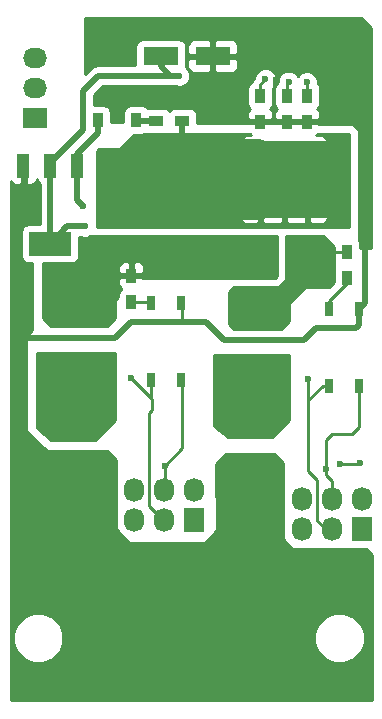
<source format=gbl>
%TF.GenerationSoftware,KiCad,Pcbnew,0.201511171411+6319~30~ubuntu15.10.1-product*%
%TF.CreationDate,2015-12-04T10:58:07+01:00*%
%TF.ProjectId,ESC-Base,4553432D426173652E6B696361645F70,rev?*%
%TF.FileFunction,Copper,L2,Bot,Signal*%
%FSLAX46Y46*%
G04 Gerber Fmt 4.6, Leading zero omitted, Abs format (unit mm)*
G04 Created by KiCad (PCBNEW 0.201511171411+6319~30~ubuntu15.10.1-product) date Fr 04 Dez 2015 10:58:07 CET*
%MOMM*%
G01*
G04 APERTURE LIST*
%ADD10C,0.100000*%
%ADD11R,4.000000X5.000000*%
%ADD12O,4.000000X6.000000*%
%ADD13R,4.000000X4.000000*%
%ADD14O,4.000000X4.000000*%
%ADD15C,4.000000*%
%ADD16R,1.727200X2.032000*%
%ADD17O,1.727200X2.032000*%
%ADD18R,3.657600X2.032000*%
%ADD19R,1.016000X2.032000*%
%ADD20R,2.999740X1.600200*%
%ADD21R,0.910000X1.220000*%
%ADD22R,2.032000X1.727200*%
%ADD23O,2.032000X1.727200*%
%ADD24R,1.200000X0.900000*%
%ADD25R,0.900000X1.200000*%
%ADD26R,2.200000X2.200000*%
%ADD27R,0.800100X1.300480*%
%ADD28C,0.600000*%
%ADD29C,0.508000*%
%ADD30C,0.254000*%
%ADD31C,2.540000*%
%ADD32C,0.250000*%
G04 APERTURE END LIST*
D10*
D11*
X65278000Y-123698000D03*
D12*
X65278000Y-115798000D03*
D11*
X50292000Y-123698000D03*
D12*
X50292000Y-115798000D03*
D13*
X60261500Y-96837500D03*
D14*
X55181500Y-96837500D03*
D13*
X67818000Y-138938000D03*
D15*
X62738000Y-138938000D03*
X57658000Y-138938000D03*
X52578000Y-138938000D03*
D13*
X67818000Y-132842000D03*
D15*
X62738000Y-132842000D03*
X57658000Y-132842000D03*
X52578000Y-132842000D03*
D16*
X74930000Y-126746000D03*
D17*
X72390000Y-126746000D03*
X69850000Y-126746000D03*
X74930000Y-124206000D03*
X72390000Y-124206000D03*
X69850000Y-124206000D03*
D16*
X60706000Y-125984000D03*
D17*
X58166000Y-125984000D03*
X55626000Y-125984000D03*
X60706000Y-123444000D03*
X58166000Y-123444000D03*
X55626000Y-123444000D03*
D18*
X48514000Y-102616000D03*
D19*
X48514000Y-96012000D03*
X50800000Y-96012000D03*
X46228000Y-96012000D03*
D20*
X57871360Y-86741000D03*
X62270640Y-86741000D03*
D21*
X52530500Y-92138500D03*
X55800500Y-92138500D03*
D22*
X47244000Y-91948000D03*
D23*
X47244000Y-89408000D03*
X47244000Y-86868000D03*
D24*
X57510500Y-92202000D03*
X59710500Y-92202000D03*
D25*
X66294000Y-90086000D03*
X66294000Y-92286000D03*
X70294500Y-90086000D03*
X70294500Y-92286000D03*
X68580000Y-90086000D03*
X68580000Y-92286000D03*
X55372000Y-107526000D03*
X55372000Y-105326000D03*
X73660000Y-105494000D03*
X73660000Y-103294000D03*
D26*
X68332000Y-97186000D03*
X66332000Y-97186000D03*
X66332000Y-95186000D03*
X68332000Y-99186000D03*
X70332000Y-97186000D03*
X70332000Y-99186000D03*
X70332000Y-95186000D03*
X68332000Y-95186000D03*
X66332000Y-99186000D03*
D27*
X59626500Y-107619800D03*
X57086500Y-107619800D03*
X57086500Y-114122200D03*
X59626500Y-114122200D03*
X74676000Y-108127800D03*
X72136000Y-108127800D03*
X72136000Y-114630200D03*
X74676000Y-114630200D03*
D28*
X51308000Y-99441000D03*
X45593000Y-99441000D03*
X50165000Y-129921000D03*
X50165000Y-130937000D03*
X49149000Y-130937000D03*
X48133000Y-130937000D03*
X47117000Y-130937000D03*
X47117000Y-129921000D03*
X48133000Y-129921000D03*
X49149000Y-129921000D03*
X69469000Y-130302000D03*
X70485000Y-130302000D03*
X71501000Y-130302000D03*
X72517000Y-130302000D03*
X72517000Y-129286000D03*
X71501000Y-129286000D03*
X70485000Y-129286000D03*
X69469000Y-129286000D03*
X74739500Y-90487500D03*
X67627500Y-88773000D03*
X51435000Y-101155500D03*
X59436000Y-88392000D03*
X55372000Y-113982500D03*
X70358000Y-114046000D03*
X49022000Y-106680000D03*
X50038000Y-106680000D03*
X51054000Y-106680000D03*
X52070000Y-106680000D03*
X52070000Y-107823000D03*
X52070000Y-108712000D03*
X53086000Y-108712000D03*
X53086000Y-107696000D03*
X64516000Y-103124000D03*
X63500000Y-103124000D03*
X62484000Y-103124000D03*
X61468000Y-103124000D03*
X60452000Y-103124000D03*
X59436000Y-103124000D03*
X59436000Y-104140000D03*
X60452000Y-104140000D03*
X61468000Y-104140000D03*
X62484000Y-104140000D03*
X63500000Y-104140000D03*
X64516000Y-104140000D03*
X69532000Y-104902000D03*
X70485000Y-104902000D03*
X66675000Y-109347000D03*
X67818000Y-109220000D03*
X67818000Y-108204000D03*
X66802000Y-108204000D03*
X66294000Y-107188000D03*
X65278000Y-107188000D03*
X64262000Y-107188000D03*
X64262000Y-108204000D03*
X71882000Y-103378000D03*
X71882000Y-104394000D03*
X71882000Y-105410000D03*
X71120000Y-106172000D03*
X70104000Y-106172000D03*
X58229500Y-121412000D03*
X74739500Y-121221500D03*
X73088500Y-121285000D03*
X71882000Y-121729500D03*
X47752000Y-117856000D03*
X47752000Y-116840000D03*
X47752000Y-115824000D03*
X47752000Y-114808000D03*
X47752000Y-113792000D03*
X47752000Y-112776000D03*
X51816000Y-112395000D03*
X52578000Y-113030000D03*
X53086000Y-113665000D03*
X53086000Y-114681000D03*
X53086000Y-115697000D03*
X53086000Y-116713000D03*
X52832000Y-117729000D03*
X66675000Y-112522000D03*
X67564000Y-113030000D03*
X68072000Y-113919000D03*
X68072000Y-114935000D03*
X68072000Y-115951000D03*
X68072000Y-116967000D03*
X67691000Y-117983000D03*
X62738000Y-112776000D03*
X62738000Y-113792000D03*
X62738000Y-114808000D03*
X62738000Y-115824000D03*
X62738000Y-116840000D03*
X62738000Y-117856000D03*
X62738000Y-98552000D03*
X62738000Y-99314000D03*
X62738000Y-100076000D03*
X61976000Y-100076000D03*
X61214000Y-100076000D03*
X62738000Y-95758000D03*
X62738000Y-94996000D03*
X62738000Y-94234000D03*
X61976000Y-94234000D03*
X61214000Y-94234000D03*
X66738500Y-88709500D03*
X70231000Y-88963500D03*
X68707000Y-88900000D03*
D29*
X51308000Y-99441000D02*
X50800000Y-98933000D01*
X50800000Y-98933000D02*
X50800000Y-96012000D01*
X52530500Y-92138500D02*
X52530500Y-93265500D01*
X52530500Y-93265500D02*
X50800000Y-94996000D01*
X50800000Y-94996000D02*
X50800000Y-96012000D01*
X74422000Y-109728000D02*
X70993000Y-109728000D01*
X63246000Y-110744000D02*
X62992000Y-110490000D01*
X69977000Y-110744000D02*
X63246000Y-110744000D01*
X70993000Y-109728000D02*
X69977000Y-110744000D01*
X54356000Y-110236000D02*
X53975000Y-110617000D01*
X45720000Y-119126000D02*
X50292000Y-123698000D01*
X45720000Y-110998000D02*
X45720000Y-119126000D01*
X46101000Y-110617000D02*
X45720000Y-110998000D01*
X53975000Y-110617000D02*
X46101000Y-110617000D01*
X46355000Y-97663000D02*
X46355000Y-96139000D01*
X45974000Y-98044000D02*
X46355000Y-97663000D01*
X45593000Y-98425000D02*
X45974000Y-98044000D01*
X45593000Y-99441000D02*
X45593000Y-98425000D01*
X46355000Y-96139000D02*
X46228000Y-96012000D01*
X48133000Y-129921000D02*
X49149000Y-129921000D01*
X50165000Y-129921000D02*
X50038000Y-130048000D01*
X50038000Y-130048000D02*
X50165000Y-130937000D01*
X49149000Y-130937000D02*
X48133000Y-130937000D01*
X47117000Y-130937000D02*
X47117000Y-129921000D01*
X48133000Y-129921000D02*
X49149000Y-129921000D01*
X70485000Y-130302000D02*
X69469000Y-130302000D01*
X72517000Y-130302000D02*
X71501000Y-130302000D01*
X71501000Y-129286000D02*
X72517000Y-129286000D01*
X69469000Y-129286000D02*
X70485000Y-129286000D01*
X74676000Y-108127800D02*
X74676000Y-109474000D01*
X74676000Y-109474000D02*
X74422000Y-109728000D01*
X62992000Y-110490000D02*
X61722000Y-109220000D01*
X61722000Y-109220000D02*
X55372000Y-109220000D01*
X55372000Y-109220000D02*
X54356000Y-110236000D01*
X46736000Y-121158000D02*
X49276000Y-123698000D01*
X49276000Y-123698000D02*
X50292000Y-123698000D01*
X74676000Y-108127800D02*
X75184000Y-107619800D01*
X75184000Y-107619800D02*
X75184000Y-92687500D01*
X75184000Y-92687500D02*
X74782500Y-92286000D01*
D30*
X74782500Y-92286000D02*
X74782500Y-90530500D01*
X74782500Y-90530500D02*
X74739500Y-90487500D01*
X70294500Y-92286000D02*
X74782500Y-92286000D01*
X74782500Y-92286000D02*
X75184000Y-92687500D01*
X75184000Y-92687500D02*
X75184000Y-107619800D01*
X68580000Y-92286000D02*
X70294500Y-92286000D01*
X67289500Y-92286000D02*
X68580000Y-92286000D01*
X67627500Y-88773000D02*
X67437000Y-88963500D01*
X67437000Y-88963500D02*
X67437000Y-92138500D01*
X67437000Y-92138500D02*
X67289500Y-92286000D01*
X67289500Y-92286000D02*
X66294000Y-92286000D01*
X46736000Y-121158000D02*
X49276000Y-123698000D01*
X49276000Y-123698000D02*
X50292000Y-123698000D01*
D31*
X57658000Y-132842000D02*
X57658000Y-130810000D01*
X57658000Y-130810000D02*
X59182000Y-129286000D01*
X62738000Y-132842000D02*
X62738000Y-131064000D01*
X62738000Y-131064000D02*
X60960000Y-129286000D01*
X52578000Y-132842000D02*
X52578000Y-129286000D01*
X52578000Y-129286000D02*
X59182000Y-129286000D01*
X59182000Y-129286000D02*
X60960000Y-129286000D01*
X60960000Y-129286000D02*
X67818000Y-129286000D01*
X67818000Y-129286000D02*
X67818000Y-132842000D01*
X52578000Y-138938000D02*
X52578000Y-132842000D01*
X57658000Y-132842000D02*
X57658000Y-138938000D01*
X62738000Y-138938000D02*
X62738000Y-132842000D01*
X67818000Y-132842000D02*
X67818000Y-138938000D01*
D30*
X74676000Y-107950000D02*
X74676000Y-109474000D01*
X74676000Y-109474000D02*
X74422000Y-109728000D01*
X62992000Y-110490000D02*
X61722000Y-109220000D01*
X61722000Y-109220000D02*
X59690000Y-109220000D01*
X59690000Y-107696000D02*
X59690000Y-109220000D01*
X59690000Y-109220000D02*
X55372000Y-109220000D01*
X55372000Y-109220000D02*
X54356000Y-110236000D01*
D29*
X57871360Y-86741000D02*
X57871360Y-87589360D01*
X57871360Y-87589360D02*
X58674000Y-88392000D01*
D32*
X57871360Y-87589360D02*
X58674000Y-88392000D01*
D29*
X48514000Y-102616000D02*
X49974500Y-101155500D01*
X49974500Y-101155500D02*
X51435000Y-101155500D01*
X48514000Y-96012000D02*
X48514000Y-102616000D01*
X59436000Y-88392000D02*
X58674000Y-88392000D01*
X58674000Y-88392000D02*
X57150000Y-88392000D01*
X57150000Y-88392000D02*
X52578000Y-88392000D01*
X52578000Y-88392000D02*
X51308000Y-89662000D01*
X51308000Y-89662000D02*
X51308000Y-92964000D01*
X51308000Y-92964000D02*
X48514000Y-95758000D01*
X48514000Y-95758000D02*
X48514000Y-96012000D01*
D30*
X57086500Y-114122200D02*
X57086500Y-115697000D01*
X57086500Y-115697000D02*
X57150000Y-115760500D01*
X57150000Y-116696000D02*
X57150000Y-115760500D01*
X57150000Y-115760500D02*
X55372000Y-113982500D01*
X58166000Y-125984000D02*
X58039000Y-125984000D01*
X58039000Y-125984000D02*
X56896000Y-124841000D01*
X56896000Y-124841000D02*
X56896000Y-116950000D01*
X56896000Y-116950000D02*
X57150000Y-116696000D01*
X72136000Y-114630200D02*
X71615300Y-114630200D01*
X71615300Y-114630200D02*
X70358000Y-115887500D01*
X70358000Y-116649500D02*
X70358000Y-121856500D01*
X70358000Y-121856500D02*
X71120000Y-122618500D01*
X71120000Y-122618500D02*
X71120000Y-126047500D01*
X71120000Y-126047500D02*
X71818500Y-126746000D01*
X71818500Y-126746000D02*
X72390000Y-126746000D01*
X70358000Y-114046000D02*
X70358000Y-115887500D01*
X70358000Y-115887500D02*
X70358000Y-116649500D01*
D29*
X57510500Y-92202000D02*
X55864000Y-92202000D01*
X55864000Y-92202000D02*
X55800500Y-92138500D01*
D30*
X49022000Y-106680000D02*
X50038000Y-106680000D01*
X51054000Y-106680000D02*
X52070000Y-106680000D01*
X52070000Y-107823000D02*
X52070000Y-108712000D01*
X53086000Y-108712000D02*
X53086000Y-107696000D01*
X64516000Y-103124000D02*
X63500000Y-103124000D01*
X62484000Y-103124000D02*
X61468000Y-103124000D01*
X60452000Y-103124000D02*
X59436000Y-103124000D01*
X59436000Y-104140000D02*
X60452000Y-104140000D01*
X61468000Y-104140000D02*
X62484000Y-104140000D01*
X63500000Y-104140000D02*
X64516000Y-104140000D01*
D32*
X71882000Y-104394000D02*
X70993000Y-104394000D01*
X69532000Y-104902000D02*
X68707000Y-104902000D01*
X70993000Y-104394000D02*
X70485000Y-104902000D01*
D30*
X73660000Y-103294000D02*
X71966000Y-103294000D01*
X71966000Y-103294000D02*
X71882000Y-103378000D01*
X66675000Y-109347000D02*
X66802000Y-109220000D01*
X66802000Y-109220000D02*
X67818000Y-109220000D01*
X67818000Y-108204000D02*
X66802000Y-108204000D01*
X66294000Y-107188000D02*
X65278000Y-107188000D01*
X64262000Y-107188000D02*
X64262000Y-108204000D01*
X71882000Y-103378000D02*
X71882000Y-104394000D01*
X71882000Y-105410000D02*
X71120000Y-106172000D01*
X59690000Y-116713000D02*
X59690000Y-114185700D01*
X59690000Y-114185700D02*
X59626500Y-114122200D01*
X58229500Y-121412000D02*
X58229500Y-123380500D01*
X58229500Y-123380500D02*
X58166000Y-123444000D01*
X58229500Y-121412000D02*
X59690000Y-119951500D01*
X59690000Y-119951500D02*
X59690000Y-116713000D01*
X59690000Y-116713000D02*
X59690000Y-116696000D01*
X74739500Y-121221500D02*
X74676000Y-121285000D01*
X74676000Y-121285000D02*
X73088500Y-121285000D01*
X74676000Y-116967000D02*
X74676000Y-114630200D01*
X71882000Y-121729500D02*
X71882000Y-122237500D01*
X71882000Y-122237500D02*
X72390000Y-122745500D01*
X72390000Y-122745500D02*
X72390000Y-124206000D01*
X71882000Y-121729500D02*
X71882000Y-119253000D01*
X71882000Y-119253000D02*
X72390000Y-118745000D01*
X72390000Y-118745000D02*
X74041000Y-118745000D01*
X74041000Y-118745000D02*
X74676000Y-118110000D01*
X74676000Y-118110000D02*
X74676000Y-116967000D01*
X74676000Y-116967000D02*
X74676000Y-116950000D01*
X47752000Y-116840000D02*
X47752000Y-117856000D01*
X47752000Y-113792000D02*
X47752000Y-112776000D01*
X47752000Y-115824000D02*
X47752000Y-114808000D01*
X47752000Y-113792000D02*
X47752000Y-112776000D01*
X50292000Y-115798000D02*
X50901000Y-115798000D01*
X50901000Y-115798000D02*
X52832000Y-117729000D01*
X51943000Y-112395000D02*
X51816000Y-112395000D01*
X52578000Y-113030000D02*
X51943000Y-112395000D01*
X53086000Y-114681000D02*
X53086000Y-113665000D01*
X53086000Y-116713000D02*
X53086000Y-115697000D01*
X67564000Y-113411000D02*
X67564000Y-113030000D01*
X68072000Y-113919000D02*
X67564000Y-113411000D01*
X68072000Y-115951000D02*
X68072000Y-114935000D01*
X68072000Y-117602000D02*
X68072000Y-116967000D01*
X67691000Y-117983000D02*
X68072000Y-117602000D01*
X62738000Y-113792000D02*
X62738000Y-112776000D01*
X62738000Y-115824000D02*
X62738000Y-114808000D01*
X62738000Y-117856000D02*
X62738000Y-116840000D01*
D31*
X62738000Y-99314000D02*
X66204000Y-99314000D01*
X66204000Y-99314000D02*
X66332000Y-99186000D01*
X66332000Y-99186000D02*
X70332000Y-99186000D01*
X70332000Y-99186000D02*
X70333000Y-99187000D01*
X70333000Y-99187000D02*
X72009000Y-99187000D01*
X72009000Y-99187000D02*
X72390000Y-98806000D01*
X72390000Y-98806000D02*
X72390000Y-97186000D01*
X62738000Y-94996000D02*
X66142000Y-94996000D01*
X66142000Y-94996000D02*
X66332000Y-95186000D01*
X66332000Y-95186000D02*
X70332000Y-95186000D01*
X70332000Y-95186000D02*
X72327000Y-95186000D01*
X72421000Y-97186000D02*
X72390000Y-97186000D01*
X72390000Y-97186000D02*
X66332000Y-97186000D01*
X72517000Y-97282000D02*
X72421000Y-97186000D01*
X72517000Y-95376000D02*
X72517000Y-97282000D01*
X72327000Y-95186000D02*
X72517000Y-95376000D01*
D29*
X59710500Y-92202000D02*
X59710500Y-96286500D01*
X59710500Y-96286500D02*
X60261500Y-96837500D01*
D30*
X62738000Y-97186000D02*
X62738000Y-98552000D01*
X62738000Y-99314000D02*
X62738000Y-100076000D01*
X61976000Y-100076000D02*
X61214000Y-100076000D01*
X62738000Y-95758000D02*
X62738000Y-94996000D01*
X62738000Y-94234000D02*
X61976000Y-94234000D01*
D31*
X54864000Y-96774000D02*
X59944000Y-96774000D01*
X59944000Y-96774000D02*
X60356000Y-97186000D01*
X60356000Y-97186000D02*
X62738000Y-97186000D01*
X62738000Y-97186000D02*
X66332000Y-97186000D01*
D30*
X66738500Y-88709500D02*
X66294000Y-89154000D01*
X66294000Y-89154000D02*
X66294000Y-90086000D01*
X70231000Y-88963500D02*
X70294500Y-89027000D01*
X70294500Y-89027000D02*
X70294500Y-90086000D01*
X68580000Y-90086000D02*
X68580000Y-89027000D01*
X68580000Y-89027000D02*
X68707000Y-88900000D01*
X55372000Y-107526000D02*
X56980000Y-107526000D01*
X56980000Y-107526000D02*
X57150000Y-107696000D01*
X73660000Y-105918000D02*
X72136000Y-107442000D01*
X72136000Y-107442000D02*
X72136000Y-107950000D01*
X73660000Y-105494000D02*
X73660000Y-105918000D01*
G36*
X65546109Y-93451000D02*
X65105691Y-93451000D01*
X64872302Y-93547673D01*
X64693673Y-93726301D01*
X64597000Y-93959690D01*
X64597000Y-94900250D01*
X64755750Y-95059000D01*
X66205000Y-95059000D01*
X66205000Y-95039000D01*
X66459000Y-95039000D01*
X66459000Y-95059000D01*
X68205000Y-95059000D01*
X68205000Y-95039000D01*
X68459000Y-95039000D01*
X68459000Y-95059000D01*
X70205000Y-95059000D01*
X70205000Y-95039000D01*
X70459000Y-95039000D01*
X70459000Y-95059000D01*
X71908250Y-95059000D01*
X72067000Y-94900250D01*
X72067000Y-93959690D01*
X71970327Y-93726301D01*
X71791698Y-93547673D01*
X71558309Y-93451000D01*
X71039122Y-93451000D01*
X71195941Y-93350090D01*
X71199419Y-93345000D01*
X73787000Y-93345000D01*
X73787000Y-101219000D01*
X52451000Y-101219000D01*
X52451000Y-99471750D01*
X64597000Y-99471750D01*
X64597000Y-100412310D01*
X64693673Y-100645699D01*
X64872302Y-100824327D01*
X65105691Y-100921000D01*
X66046250Y-100921000D01*
X66205000Y-100762250D01*
X66205000Y-99313000D01*
X66459000Y-99313000D01*
X66459000Y-100762250D01*
X66617750Y-100921000D01*
X68046250Y-100921000D01*
X68205000Y-100762250D01*
X68205000Y-99313000D01*
X68459000Y-99313000D01*
X68459000Y-100762250D01*
X68617750Y-100921000D01*
X70046250Y-100921000D01*
X70205000Y-100762250D01*
X70205000Y-99313000D01*
X70459000Y-99313000D01*
X70459000Y-100762250D01*
X70617750Y-100921000D01*
X71558309Y-100921000D01*
X71791698Y-100824327D01*
X71970327Y-100645699D01*
X72067000Y-100412310D01*
X72067000Y-99471750D01*
X71908250Y-99313000D01*
X70459000Y-99313000D01*
X70205000Y-99313000D01*
X68459000Y-99313000D01*
X68205000Y-99313000D01*
X66459000Y-99313000D01*
X66205000Y-99313000D01*
X64755750Y-99313000D01*
X64597000Y-99471750D01*
X52451000Y-99471750D01*
X52451000Y-97471750D01*
X64597000Y-97471750D01*
X64597000Y-98900250D01*
X64755750Y-99059000D01*
X66205000Y-99059000D01*
X66205000Y-97313000D01*
X66459000Y-97313000D01*
X66459000Y-99059000D01*
X68205000Y-99059000D01*
X68205000Y-97313000D01*
X68459000Y-97313000D01*
X68459000Y-99059000D01*
X70205000Y-99059000D01*
X70205000Y-97313000D01*
X70459000Y-97313000D01*
X70459000Y-99059000D01*
X71908250Y-99059000D01*
X72067000Y-98900250D01*
X72067000Y-97471750D01*
X71908250Y-97313000D01*
X70459000Y-97313000D01*
X70205000Y-97313000D01*
X68459000Y-97313000D01*
X68205000Y-97313000D01*
X66459000Y-97313000D01*
X66205000Y-97313000D01*
X64755750Y-97313000D01*
X64597000Y-97471750D01*
X52451000Y-97471750D01*
X52451000Y-95471750D01*
X64597000Y-95471750D01*
X64597000Y-96900250D01*
X64755750Y-97059000D01*
X66205000Y-97059000D01*
X66205000Y-95313000D01*
X66459000Y-95313000D01*
X66459000Y-97059000D01*
X68205000Y-97059000D01*
X68205000Y-95313000D01*
X68459000Y-95313000D01*
X68459000Y-97059000D01*
X70205000Y-97059000D01*
X70205000Y-95313000D01*
X70459000Y-95313000D01*
X70459000Y-97059000D01*
X71908250Y-97059000D01*
X72067000Y-96900250D01*
X72067000Y-95471750D01*
X71908250Y-95313000D01*
X70459000Y-95313000D01*
X70205000Y-95313000D01*
X68459000Y-95313000D01*
X68205000Y-95313000D01*
X66459000Y-95313000D01*
X66205000Y-95313000D01*
X64755750Y-95313000D01*
X64597000Y-95471750D01*
X52451000Y-95471750D01*
X52451000Y-94794606D01*
X52630606Y-94615000D01*
X54356000Y-94615000D01*
X54405410Y-94604994D01*
X54445803Y-94577803D01*
X55627666Y-93395940D01*
X56255500Y-93395940D01*
X56490817Y-93351662D01*
X56501170Y-93345000D01*
X65390973Y-93345000D01*
X65546109Y-93451000D01*
X65546109Y-93451000D01*
G37*
X65546109Y-93451000D02*
X65105691Y-93451000D01*
X64872302Y-93547673D01*
X64693673Y-93726301D01*
X64597000Y-93959690D01*
X64597000Y-94900250D01*
X64755750Y-95059000D01*
X66205000Y-95059000D01*
X66205000Y-95039000D01*
X66459000Y-95039000D01*
X66459000Y-95059000D01*
X68205000Y-95059000D01*
X68205000Y-95039000D01*
X68459000Y-95039000D01*
X68459000Y-95059000D01*
X70205000Y-95059000D01*
X70205000Y-95039000D01*
X70459000Y-95039000D01*
X70459000Y-95059000D01*
X71908250Y-95059000D01*
X72067000Y-94900250D01*
X72067000Y-93959690D01*
X71970327Y-93726301D01*
X71791698Y-93547673D01*
X71558309Y-93451000D01*
X71039122Y-93451000D01*
X71195941Y-93350090D01*
X71199419Y-93345000D01*
X73787000Y-93345000D01*
X73787000Y-101219000D01*
X52451000Y-101219000D01*
X52451000Y-99471750D01*
X64597000Y-99471750D01*
X64597000Y-100412310D01*
X64693673Y-100645699D01*
X64872302Y-100824327D01*
X65105691Y-100921000D01*
X66046250Y-100921000D01*
X66205000Y-100762250D01*
X66205000Y-99313000D01*
X66459000Y-99313000D01*
X66459000Y-100762250D01*
X66617750Y-100921000D01*
X68046250Y-100921000D01*
X68205000Y-100762250D01*
X68205000Y-99313000D01*
X68459000Y-99313000D01*
X68459000Y-100762250D01*
X68617750Y-100921000D01*
X70046250Y-100921000D01*
X70205000Y-100762250D01*
X70205000Y-99313000D01*
X70459000Y-99313000D01*
X70459000Y-100762250D01*
X70617750Y-100921000D01*
X71558309Y-100921000D01*
X71791698Y-100824327D01*
X71970327Y-100645699D01*
X72067000Y-100412310D01*
X72067000Y-99471750D01*
X71908250Y-99313000D01*
X70459000Y-99313000D01*
X70205000Y-99313000D01*
X68459000Y-99313000D01*
X68205000Y-99313000D01*
X66459000Y-99313000D01*
X66205000Y-99313000D01*
X64755750Y-99313000D01*
X64597000Y-99471750D01*
X52451000Y-99471750D01*
X52451000Y-97471750D01*
X64597000Y-97471750D01*
X64597000Y-98900250D01*
X64755750Y-99059000D01*
X66205000Y-99059000D01*
X66205000Y-97313000D01*
X66459000Y-97313000D01*
X66459000Y-99059000D01*
X68205000Y-99059000D01*
X68205000Y-97313000D01*
X68459000Y-97313000D01*
X68459000Y-99059000D01*
X70205000Y-99059000D01*
X70205000Y-97313000D01*
X70459000Y-97313000D01*
X70459000Y-99059000D01*
X71908250Y-99059000D01*
X72067000Y-98900250D01*
X72067000Y-97471750D01*
X71908250Y-97313000D01*
X70459000Y-97313000D01*
X70205000Y-97313000D01*
X68459000Y-97313000D01*
X68205000Y-97313000D01*
X66459000Y-97313000D01*
X66205000Y-97313000D01*
X64755750Y-97313000D01*
X64597000Y-97471750D01*
X52451000Y-97471750D01*
X52451000Y-95471750D01*
X64597000Y-95471750D01*
X64597000Y-96900250D01*
X64755750Y-97059000D01*
X66205000Y-97059000D01*
X66205000Y-95313000D01*
X66459000Y-95313000D01*
X66459000Y-97059000D01*
X68205000Y-97059000D01*
X68205000Y-95313000D01*
X68459000Y-95313000D01*
X68459000Y-97059000D01*
X70205000Y-97059000D01*
X70205000Y-95313000D01*
X70459000Y-95313000D01*
X70459000Y-97059000D01*
X71908250Y-97059000D01*
X72067000Y-96900250D01*
X72067000Y-95471750D01*
X71908250Y-95313000D01*
X70459000Y-95313000D01*
X70205000Y-95313000D01*
X68459000Y-95313000D01*
X68205000Y-95313000D01*
X66459000Y-95313000D01*
X66205000Y-95313000D01*
X64755750Y-95313000D01*
X64597000Y-95471750D01*
X52451000Y-95471750D01*
X52451000Y-94794606D01*
X52630606Y-94615000D01*
X54356000Y-94615000D01*
X54405410Y-94604994D01*
X54445803Y-94577803D01*
X55627666Y-93395940D01*
X56255500Y-93395940D01*
X56490817Y-93351662D01*
X56501170Y-93345000D01*
X65390973Y-93345000D01*
X65546109Y-93451000D01*
G36*
X67691000Y-105357394D02*
X67511394Y-105537000D01*
X56382250Y-105537000D01*
X56298250Y-105453000D01*
X55499000Y-105453000D01*
X55499000Y-105473000D01*
X55245000Y-105473000D01*
X55245000Y-105453000D01*
X54445750Y-105453000D01*
X54287000Y-105611750D01*
X54287000Y-106052309D01*
X54383673Y-106285698D01*
X54524910Y-106426936D01*
X54470559Y-106461910D01*
X54325569Y-106674110D01*
X54274560Y-106926000D01*
X54274560Y-107089834D01*
X54012197Y-107352197D01*
X53984334Y-107394211D01*
X53975000Y-107442000D01*
X53975000Y-108913394D01*
X53287394Y-109601000D01*
X48566606Y-109601000D01*
X47879000Y-108913394D01*
X47879000Y-104599691D01*
X54287000Y-104599691D01*
X54287000Y-105040250D01*
X54445750Y-105199000D01*
X55245000Y-105199000D01*
X55245000Y-104249750D01*
X55499000Y-104249750D01*
X55499000Y-105199000D01*
X56298250Y-105199000D01*
X56457000Y-105040250D01*
X56457000Y-104599691D01*
X56360327Y-104366302D01*
X56181699Y-104187673D01*
X55948310Y-104091000D01*
X55657750Y-104091000D01*
X55499000Y-104249750D01*
X55245000Y-104249750D01*
X55086250Y-104091000D01*
X54795690Y-104091000D01*
X54562301Y-104187673D01*
X54383673Y-104366302D01*
X54287000Y-104599691D01*
X47879000Y-104599691D01*
X47879000Y-104279440D01*
X50342800Y-104279440D01*
X50578117Y-104235162D01*
X50794241Y-104096090D01*
X50939231Y-103883890D01*
X50990240Y-103632000D01*
X50990240Y-102044500D01*
X51137811Y-102044500D01*
X51248201Y-102090338D01*
X51620167Y-102090662D01*
X51885570Y-101981000D01*
X67691000Y-101981000D01*
X67691000Y-105357394D01*
X67691000Y-105357394D01*
G37*
X67691000Y-105357394D02*
X67511394Y-105537000D01*
X56382250Y-105537000D01*
X56298250Y-105453000D01*
X55499000Y-105453000D01*
X55499000Y-105473000D01*
X55245000Y-105473000D01*
X55245000Y-105453000D01*
X54445750Y-105453000D01*
X54287000Y-105611750D01*
X54287000Y-106052309D01*
X54383673Y-106285698D01*
X54524910Y-106426936D01*
X54470559Y-106461910D01*
X54325569Y-106674110D01*
X54274560Y-106926000D01*
X54274560Y-107089834D01*
X54012197Y-107352197D01*
X53984334Y-107394211D01*
X53975000Y-107442000D01*
X53975000Y-108913394D01*
X53287394Y-109601000D01*
X48566606Y-109601000D01*
X47879000Y-108913394D01*
X47879000Y-104599691D01*
X54287000Y-104599691D01*
X54287000Y-105040250D01*
X54445750Y-105199000D01*
X55245000Y-105199000D01*
X55245000Y-104249750D01*
X55499000Y-104249750D01*
X55499000Y-105199000D01*
X56298250Y-105199000D01*
X56457000Y-105040250D01*
X56457000Y-104599691D01*
X56360327Y-104366302D01*
X56181699Y-104187673D01*
X55948310Y-104091000D01*
X55657750Y-104091000D01*
X55499000Y-104249750D01*
X55245000Y-104249750D01*
X55086250Y-104091000D01*
X54795690Y-104091000D01*
X54562301Y-104187673D01*
X54383673Y-104366302D01*
X54287000Y-104599691D01*
X47879000Y-104599691D01*
X47879000Y-104279440D01*
X50342800Y-104279440D01*
X50578117Y-104235162D01*
X50794241Y-104096090D01*
X50939231Y-103883890D01*
X50990240Y-103632000D01*
X50990240Y-102044500D01*
X51137811Y-102044500D01*
X51248201Y-102090338D01*
X51620167Y-102090662D01*
X51885570Y-101981000D01*
X67691000Y-101981000D01*
X67691000Y-105357394D01*
G36*
X72517000Y-102922606D02*
X72517000Y-105865394D01*
X72083394Y-106299000D01*
X70104000Y-106299000D01*
X70054590Y-106309006D01*
X70014197Y-106336197D01*
X68744197Y-107606197D01*
X68716334Y-107648211D01*
X68707000Y-107696000D01*
X68707000Y-109167394D01*
X68019394Y-109855000D01*
X64060606Y-109855000D01*
X63627000Y-109421394D01*
X63627000Y-106732606D01*
X64060606Y-106299000D01*
X67818000Y-106299000D01*
X67867410Y-106288994D01*
X67907803Y-106261803D01*
X68415803Y-105753803D01*
X68443666Y-105711789D01*
X68453000Y-105664000D01*
X68453000Y-101981000D01*
X71575394Y-101981000D01*
X72517000Y-102922606D01*
X72517000Y-102922606D01*
G37*
X72517000Y-102922606D02*
X72517000Y-105865394D01*
X72083394Y-106299000D01*
X70104000Y-106299000D01*
X70054590Y-106309006D01*
X70014197Y-106336197D01*
X68744197Y-107606197D01*
X68716334Y-107648211D01*
X68707000Y-107696000D01*
X68707000Y-109167394D01*
X68019394Y-109855000D01*
X64060606Y-109855000D01*
X63627000Y-109421394D01*
X63627000Y-106732606D01*
X64060606Y-106299000D01*
X67818000Y-106299000D01*
X67867410Y-106288994D01*
X67907803Y-106261803D01*
X68415803Y-105753803D01*
X68443666Y-105711789D01*
X68453000Y-105664000D01*
X68453000Y-101981000D01*
X71575394Y-101981000D01*
X72517000Y-102922606D01*
G36*
X46355000Y-95885000D02*
X46375000Y-95885000D01*
X46375000Y-96139000D01*
X46355000Y-96139000D01*
X46355000Y-97504250D01*
X46513750Y-97663000D01*
X46862309Y-97663000D01*
X47095698Y-97566327D01*
X47274327Y-97387699D01*
X47371000Y-97154310D01*
X47371000Y-97094113D01*
X47402838Y-97263317D01*
X47541910Y-97479441D01*
X47625000Y-97536214D01*
X47625000Y-100952560D01*
X46685200Y-100952560D01*
X46449883Y-100996838D01*
X46233759Y-101135910D01*
X46088769Y-101348110D01*
X46037760Y-101600000D01*
X46037760Y-103632000D01*
X46082038Y-103867317D01*
X46221110Y-104083441D01*
X46433310Y-104228431D01*
X46685200Y-104279440D01*
X46990000Y-104279440D01*
X46990000Y-109924372D01*
X46525370Y-110330923D01*
X46494774Y-110370990D01*
X46482000Y-110426500D01*
X46482000Y-118427500D01*
X46492006Y-118476910D01*
X46520975Y-118519046D01*
X48171975Y-120106546D01*
X48214527Y-120133580D01*
X48260000Y-120142000D01*
X53350894Y-120142000D01*
X54102000Y-120893106D01*
X54102000Y-126746000D01*
X54112006Y-126795410D01*
X54139197Y-126835803D01*
X55218697Y-127915303D01*
X55260711Y-127943166D01*
X55308500Y-127952500D01*
X61531500Y-127952500D01*
X61580910Y-127942494D01*
X61621303Y-127915303D01*
X62573803Y-126962803D01*
X62601666Y-126920789D01*
X62610992Y-126871573D01*
X62548092Y-121273514D01*
X63425606Y-120396000D01*
X67447894Y-120396000D01*
X68262500Y-121210606D01*
X68262500Y-127635000D01*
X68272506Y-127684410D01*
X68299697Y-127724803D01*
X68998197Y-128423303D01*
X69040211Y-128451166D01*
X69088000Y-128460500D01*
X75258394Y-128460500D01*
X75744000Y-128946106D01*
X75744000Y-141276000D01*
X45160000Y-141276000D01*
X45160000Y-136422815D01*
X45364630Y-136422815D01*
X45688980Y-137207800D01*
X46289041Y-137808909D01*
X47073459Y-138134628D01*
X47922815Y-138135370D01*
X48707800Y-137811020D01*
X49308909Y-137210959D01*
X49634628Y-136426541D01*
X49634631Y-136422815D01*
X70864630Y-136422815D01*
X71188980Y-137207800D01*
X71789041Y-137808909D01*
X72573459Y-138134628D01*
X73422815Y-138135370D01*
X74207800Y-137811020D01*
X74808909Y-137210959D01*
X75134628Y-136426541D01*
X75135370Y-135577185D01*
X74811020Y-134792200D01*
X74210959Y-134191091D01*
X73426541Y-133865372D01*
X72577185Y-133864630D01*
X71792200Y-134188980D01*
X71191091Y-134789041D01*
X70865372Y-135573459D01*
X70864630Y-136422815D01*
X49634631Y-136422815D01*
X49635370Y-135577185D01*
X49311020Y-134792200D01*
X48710959Y-134191091D01*
X47926541Y-133865372D01*
X47077185Y-133864630D01*
X46292200Y-134188980D01*
X45691091Y-134789041D01*
X45365372Y-135573459D01*
X45364630Y-136422815D01*
X45160000Y-136422815D01*
X45160000Y-97335376D01*
X45181673Y-97387699D01*
X45360302Y-97566327D01*
X45593691Y-97663000D01*
X45942250Y-97663000D01*
X46101000Y-97504250D01*
X46101000Y-96139000D01*
X46081000Y-96139000D01*
X46081000Y-95885000D01*
X46101000Y-95885000D01*
X46101000Y-95865000D01*
X46355000Y-95865000D01*
X46355000Y-95885000D01*
X46355000Y-95885000D01*
G37*
X46355000Y-95885000D02*
X46375000Y-95885000D01*
X46375000Y-96139000D01*
X46355000Y-96139000D01*
X46355000Y-97504250D01*
X46513750Y-97663000D01*
X46862309Y-97663000D01*
X47095698Y-97566327D01*
X47274327Y-97387699D01*
X47371000Y-97154310D01*
X47371000Y-97094113D01*
X47402838Y-97263317D01*
X47541910Y-97479441D01*
X47625000Y-97536214D01*
X47625000Y-100952560D01*
X46685200Y-100952560D01*
X46449883Y-100996838D01*
X46233759Y-101135910D01*
X46088769Y-101348110D01*
X46037760Y-101600000D01*
X46037760Y-103632000D01*
X46082038Y-103867317D01*
X46221110Y-104083441D01*
X46433310Y-104228431D01*
X46685200Y-104279440D01*
X46990000Y-104279440D01*
X46990000Y-109924372D01*
X46525370Y-110330923D01*
X46494774Y-110370990D01*
X46482000Y-110426500D01*
X46482000Y-118427500D01*
X46492006Y-118476910D01*
X46520975Y-118519046D01*
X48171975Y-120106546D01*
X48214527Y-120133580D01*
X48260000Y-120142000D01*
X53350894Y-120142000D01*
X54102000Y-120893106D01*
X54102000Y-126746000D01*
X54112006Y-126795410D01*
X54139197Y-126835803D01*
X55218697Y-127915303D01*
X55260711Y-127943166D01*
X55308500Y-127952500D01*
X61531500Y-127952500D01*
X61580910Y-127942494D01*
X61621303Y-127915303D01*
X62573803Y-126962803D01*
X62601666Y-126920789D01*
X62610992Y-126871573D01*
X62548092Y-121273514D01*
X63425606Y-120396000D01*
X67447894Y-120396000D01*
X68262500Y-121210606D01*
X68262500Y-127635000D01*
X68272506Y-127684410D01*
X68299697Y-127724803D01*
X68998197Y-128423303D01*
X69040211Y-128451166D01*
X69088000Y-128460500D01*
X75258394Y-128460500D01*
X75744000Y-128946106D01*
X75744000Y-141276000D01*
X45160000Y-141276000D01*
X45160000Y-136422815D01*
X45364630Y-136422815D01*
X45688980Y-137207800D01*
X46289041Y-137808909D01*
X47073459Y-138134628D01*
X47922815Y-138135370D01*
X48707800Y-137811020D01*
X49308909Y-137210959D01*
X49634628Y-136426541D01*
X49634631Y-136422815D01*
X70864630Y-136422815D01*
X71188980Y-137207800D01*
X71789041Y-137808909D01*
X72573459Y-138134628D01*
X73422815Y-138135370D01*
X74207800Y-137811020D01*
X74808909Y-137210959D01*
X75134628Y-136426541D01*
X75135370Y-135577185D01*
X74811020Y-134792200D01*
X74210959Y-134191091D01*
X73426541Y-133865372D01*
X72577185Y-133864630D01*
X71792200Y-134188980D01*
X71191091Y-134789041D01*
X70865372Y-135573459D01*
X70864630Y-136422815D01*
X49634631Y-136422815D01*
X49635370Y-135577185D01*
X49311020Y-134792200D01*
X48710959Y-134191091D01*
X47926541Y-133865372D01*
X47077185Y-133864630D01*
X46292200Y-134188980D01*
X45691091Y-134789041D01*
X45365372Y-135573459D01*
X45364630Y-136422815D01*
X45160000Y-136422815D01*
X45160000Y-97335376D01*
X45181673Y-97387699D01*
X45360302Y-97566327D01*
X45593691Y-97663000D01*
X45942250Y-97663000D01*
X46101000Y-97504250D01*
X46101000Y-96139000D01*
X46081000Y-96139000D01*
X46081000Y-95885000D01*
X46101000Y-95885000D01*
X46101000Y-95865000D01*
X46355000Y-95865000D01*
X46355000Y-95885000D01*
G36*
X75692000Y-84380606D02*
X75692000Y-102997000D01*
X74757440Y-102997000D01*
X74757440Y-102694000D01*
X74713162Y-102458683D01*
X74676000Y-102400932D01*
X74676000Y-93091000D01*
X74665994Y-93041590D01*
X74638803Y-93001197D01*
X74130803Y-92493197D01*
X74088789Y-92465334D01*
X74041709Y-92456002D01*
X71248146Y-92440396D01*
X71220750Y-92413000D01*
X70421500Y-92413000D01*
X70421500Y-92433000D01*
X70167500Y-92433000D01*
X70167500Y-92413000D01*
X68707000Y-92413000D01*
X68707000Y-92426199D01*
X68453000Y-92424780D01*
X68453000Y-92413000D01*
X67653750Y-92413000D01*
X67646475Y-92420275D01*
X67225171Y-92417921D01*
X67220250Y-92413000D01*
X66421000Y-92413000D01*
X66421000Y-92413428D01*
X60957940Y-92382909D01*
X60957940Y-91752000D01*
X60913662Y-91516683D01*
X60774590Y-91300559D01*
X60562390Y-91155569D01*
X60310500Y-91104560D01*
X59110500Y-91104560D01*
X58875183Y-91148838D01*
X58659059Y-91287910D01*
X58611366Y-91357711D01*
X58574590Y-91300559D01*
X58362390Y-91155569D01*
X58110500Y-91104560D01*
X56910500Y-91104560D01*
X56755994Y-91133632D01*
X56719590Y-91077059D01*
X56507390Y-90932069D01*
X56255500Y-90881060D01*
X55345500Y-90881060D01*
X55110183Y-90925338D01*
X54894059Y-91064410D01*
X54749069Y-91276610D01*
X54698060Y-91528500D01*
X54698060Y-92347937D01*
X53632940Y-92341987D01*
X53632940Y-91528500D01*
X53588662Y-91293183D01*
X53449590Y-91077059D01*
X53237390Y-90932069D01*
X52985500Y-90881060D01*
X52197000Y-90881060D01*
X52197000Y-90030236D01*
X52741236Y-89486000D01*
X65196560Y-89486000D01*
X65196560Y-90686000D01*
X65240838Y-90921317D01*
X65379910Y-91137441D01*
X65448006Y-91183969D01*
X65305673Y-91326302D01*
X65209000Y-91559691D01*
X65209000Y-92000250D01*
X65367750Y-92159000D01*
X66167000Y-92159000D01*
X66167000Y-92139000D01*
X66421000Y-92139000D01*
X66421000Y-92159000D01*
X67220250Y-92159000D01*
X67379000Y-92000250D01*
X67379000Y-91559691D01*
X67282327Y-91326302D01*
X67141090Y-91185064D01*
X67195441Y-91150090D01*
X67340431Y-90937890D01*
X67391440Y-90686000D01*
X67391440Y-89486000D01*
X67482560Y-89486000D01*
X67482560Y-90686000D01*
X67526838Y-90921317D01*
X67665910Y-91137441D01*
X67734006Y-91183969D01*
X67591673Y-91326302D01*
X67495000Y-91559691D01*
X67495000Y-92000250D01*
X67653750Y-92159000D01*
X68453000Y-92159000D01*
X68453000Y-92139000D01*
X68707000Y-92139000D01*
X68707000Y-92159000D01*
X70167500Y-92159000D01*
X70167500Y-92139000D01*
X70421500Y-92139000D01*
X70421500Y-92159000D01*
X71220750Y-92159000D01*
X71379500Y-92000250D01*
X71379500Y-91559691D01*
X71282827Y-91326302D01*
X71141590Y-91185064D01*
X71195941Y-91150090D01*
X71340931Y-90937890D01*
X71391940Y-90686000D01*
X71391940Y-89486000D01*
X71347662Y-89250683D01*
X71208590Y-89034559D01*
X71165964Y-89005434D01*
X71166162Y-88778333D01*
X71024117Y-88434557D01*
X70761327Y-88171308D01*
X70417799Y-88028662D01*
X70045833Y-88028338D01*
X69702057Y-88170383D01*
X69500384Y-88371704D01*
X69500117Y-88371057D01*
X69237327Y-88107808D01*
X68893799Y-87965162D01*
X68521833Y-87964838D01*
X68178057Y-88106883D01*
X67914808Y-88369673D01*
X67772162Y-88713201D01*
X67771945Y-88961817D01*
X67678559Y-89021910D01*
X67533569Y-89234110D01*
X67482560Y-89486000D01*
X67391440Y-89486000D01*
X67374464Y-89395782D01*
X67530692Y-89239827D01*
X67673338Y-88896299D01*
X67673662Y-88524333D01*
X67531617Y-88180557D01*
X67268827Y-87917308D01*
X66925299Y-87774662D01*
X66553333Y-87774338D01*
X66209557Y-87916383D01*
X65946308Y-88179173D01*
X65803662Y-88522701D01*
X65803624Y-88566746D01*
X65755185Y-88615185D01*
X65590004Y-88862395D01*
X65582599Y-88899623D01*
X65392559Y-89021910D01*
X65247569Y-89234110D01*
X65196560Y-89486000D01*
X52741236Y-89486000D01*
X52946236Y-89281000D01*
X59138811Y-89281000D01*
X59249201Y-89326838D01*
X59621167Y-89327162D01*
X59964943Y-89185117D01*
X60228192Y-88922327D01*
X60370838Y-88578799D01*
X60371162Y-88206833D01*
X60253350Y-87921706D01*
X60411072Y-88079427D01*
X60644461Y-88176100D01*
X61984890Y-88176100D01*
X62143640Y-88017350D01*
X62143640Y-86868000D01*
X62397640Y-86868000D01*
X62397640Y-88017350D01*
X62556390Y-88176100D01*
X63896819Y-88176100D01*
X64130208Y-88079427D01*
X64308837Y-87900799D01*
X64405510Y-87667410D01*
X64405510Y-87026750D01*
X64246760Y-86868000D01*
X62397640Y-86868000D01*
X62143640Y-86868000D01*
X60294520Y-86868000D01*
X60135770Y-87026750D01*
X60135770Y-87667410D01*
X60208081Y-87841984D01*
X59999959Y-87633499D01*
X60018670Y-87541100D01*
X60018670Y-85940900D01*
X59994904Y-85814590D01*
X60135770Y-85814590D01*
X60135770Y-86455250D01*
X60294520Y-86614000D01*
X62143640Y-86614000D01*
X62143640Y-85464650D01*
X62397640Y-85464650D01*
X62397640Y-86614000D01*
X64246760Y-86614000D01*
X64405510Y-86455250D01*
X64405510Y-85814590D01*
X64308837Y-85581201D01*
X64130208Y-85402573D01*
X63896819Y-85305900D01*
X62556390Y-85305900D01*
X62397640Y-85464650D01*
X62143640Y-85464650D01*
X61984890Y-85305900D01*
X60644461Y-85305900D01*
X60411072Y-85402573D01*
X60232443Y-85581201D01*
X60135770Y-85814590D01*
X59994904Y-85814590D01*
X59974392Y-85705583D01*
X59835320Y-85489459D01*
X59623120Y-85344469D01*
X59371230Y-85293460D01*
X56371490Y-85293460D01*
X56136173Y-85337738D01*
X55920049Y-85476810D01*
X55775059Y-85689010D01*
X55724050Y-85940900D01*
X55724050Y-87503000D01*
X52578000Y-87503000D01*
X52237794Y-87570671D01*
X51949382Y-87763382D01*
X51435000Y-88277764D01*
X51435000Y-83514000D01*
X74825394Y-83514000D01*
X75692000Y-84380606D01*
X75692000Y-84380606D01*
G37*
X75692000Y-84380606D02*
X75692000Y-102997000D01*
X74757440Y-102997000D01*
X74757440Y-102694000D01*
X74713162Y-102458683D01*
X74676000Y-102400932D01*
X74676000Y-93091000D01*
X74665994Y-93041590D01*
X74638803Y-93001197D01*
X74130803Y-92493197D01*
X74088789Y-92465334D01*
X74041709Y-92456002D01*
X71248146Y-92440396D01*
X71220750Y-92413000D01*
X70421500Y-92413000D01*
X70421500Y-92433000D01*
X70167500Y-92433000D01*
X70167500Y-92413000D01*
X68707000Y-92413000D01*
X68707000Y-92426199D01*
X68453000Y-92424780D01*
X68453000Y-92413000D01*
X67653750Y-92413000D01*
X67646475Y-92420275D01*
X67225171Y-92417921D01*
X67220250Y-92413000D01*
X66421000Y-92413000D01*
X66421000Y-92413428D01*
X60957940Y-92382909D01*
X60957940Y-91752000D01*
X60913662Y-91516683D01*
X60774590Y-91300559D01*
X60562390Y-91155569D01*
X60310500Y-91104560D01*
X59110500Y-91104560D01*
X58875183Y-91148838D01*
X58659059Y-91287910D01*
X58611366Y-91357711D01*
X58574590Y-91300559D01*
X58362390Y-91155569D01*
X58110500Y-91104560D01*
X56910500Y-91104560D01*
X56755994Y-91133632D01*
X56719590Y-91077059D01*
X56507390Y-90932069D01*
X56255500Y-90881060D01*
X55345500Y-90881060D01*
X55110183Y-90925338D01*
X54894059Y-91064410D01*
X54749069Y-91276610D01*
X54698060Y-91528500D01*
X54698060Y-92347937D01*
X53632940Y-92341987D01*
X53632940Y-91528500D01*
X53588662Y-91293183D01*
X53449590Y-91077059D01*
X53237390Y-90932069D01*
X52985500Y-90881060D01*
X52197000Y-90881060D01*
X52197000Y-90030236D01*
X52741236Y-89486000D01*
X65196560Y-89486000D01*
X65196560Y-90686000D01*
X65240838Y-90921317D01*
X65379910Y-91137441D01*
X65448006Y-91183969D01*
X65305673Y-91326302D01*
X65209000Y-91559691D01*
X65209000Y-92000250D01*
X65367750Y-92159000D01*
X66167000Y-92159000D01*
X66167000Y-92139000D01*
X66421000Y-92139000D01*
X66421000Y-92159000D01*
X67220250Y-92159000D01*
X67379000Y-92000250D01*
X67379000Y-91559691D01*
X67282327Y-91326302D01*
X67141090Y-91185064D01*
X67195441Y-91150090D01*
X67340431Y-90937890D01*
X67391440Y-90686000D01*
X67391440Y-89486000D01*
X67482560Y-89486000D01*
X67482560Y-90686000D01*
X67526838Y-90921317D01*
X67665910Y-91137441D01*
X67734006Y-91183969D01*
X67591673Y-91326302D01*
X67495000Y-91559691D01*
X67495000Y-92000250D01*
X67653750Y-92159000D01*
X68453000Y-92159000D01*
X68453000Y-92139000D01*
X68707000Y-92139000D01*
X68707000Y-92159000D01*
X70167500Y-92159000D01*
X70167500Y-92139000D01*
X70421500Y-92139000D01*
X70421500Y-92159000D01*
X71220750Y-92159000D01*
X71379500Y-92000250D01*
X71379500Y-91559691D01*
X71282827Y-91326302D01*
X71141590Y-91185064D01*
X71195941Y-91150090D01*
X71340931Y-90937890D01*
X71391940Y-90686000D01*
X71391940Y-89486000D01*
X71347662Y-89250683D01*
X71208590Y-89034559D01*
X71165964Y-89005434D01*
X71166162Y-88778333D01*
X71024117Y-88434557D01*
X70761327Y-88171308D01*
X70417799Y-88028662D01*
X70045833Y-88028338D01*
X69702057Y-88170383D01*
X69500384Y-88371704D01*
X69500117Y-88371057D01*
X69237327Y-88107808D01*
X68893799Y-87965162D01*
X68521833Y-87964838D01*
X68178057Y-88106883D01*
X67914808Y-88369673D01*
X67772162Y-88713201D01*
X67771945Y-88961817D01*
X67678559Y-89021910D01*
X67533569Y-89234110D01*
X67482560Y-89486000D01*
X67391440Y-89486000D01*
X67374464Y-89395782D01*
X67530692Y-89239827D01*
X67673338Y-88896299D01*
X67673662Y-88524333D01*
X67531617Y-88180557D01*
X67268827Y-87917308D01*
X66925299Y-87774662D01*
X66553333Y-87774338D01*
X66209557Y-87916383D01*
X65946308Y-88179173D01*
X65803662Y-88522701D01*
X65803624Y-88566746D01*
X65755185Y-88615185D01*
X65590004Y-88862395D01*
X65582599Y-88899623D01*
X65392559Y-89021910D01*
X65247569Y-89234110D01*
X65196560Y-89486000D01*
X52741236Y-89486000D01*
X52946236Y-89281000D01*
X59138811Y-89281000D01*
X59249201Y-89326838D01*
X59621167Y-89327162D01*
X59964943Y-89185117D01*
X60228192Y-88922327D01*
X60370838Y-88578799D01*
X60371162Y-88206833D01*
X60253350Y-87921706D01*
X60411072Y-88079427D01*
X60644461Y-88176100D01*
X61984890Y-88176100D01*
X62143640Y-88017350D01*
X62143640Y-86868000D01*
X62397640Y-86868000D01*
X62397640Y-88017350D01*
X62556390Y-88176100D01*
X63896819Y-88176100D01*
X64130208Y-88079427D01*
X64308837Y-87900799D01*
X64405510Y-87667410D01*
X64405510Y-87026750D01*
X64246760Y-86868000D01*
X62397640Y-86868000D01*
X62143640Y-86868000D01*
X60294520Y-86868000D01*
X60135770Y-87026750D01*
X60135770Y-87667410D01*
X60208081Y-87841984D01*
X59999959Y-87633499D01*
X60018670Y-87541100D01*
X60018670Y-85940900D01*
X59994904Y-85814590D01*
X60135770Y-85814590D01*
X60135770Y-86455250D01*
X60294520Y-86614000D01*
X62143640Y-86614000D01*
X62143640Y-85464650D01*
X62397640Y-85464650D01*
X62397640Y-86614000D01*
X64246760Y-86614000D01*
X64405510Y-86455250D01*
X64405510Y-85814590D01*
X64308837Y-85581201D01*
X64130208Y-85402573D01*
X63896819Y-85305900D01*
X62556390Y-85305900D01*
X62397640Y-85464650D01*
X62143640Y-85464650D01*
X61984890Y-85305900D01*
X60644461Y-85305900D01*
X60411072Y-85402573D01*
X60232443Y-85581201D01*
X60135770Y-85814590D01*
X59994904Y-85814590D01*
X59974392Y-85705583D01*
X59835320Y-85489459D01*
X59623120Y-85344469D01*
X59371230Y-85293460D01*
X56371490Y-85293460D01*
X56136173Y-85337738D01*
X55920049Y-85476810D01*
X55775059Y-85689010D01*
X55724050Y-85940900D01*
X55724050Y-87503000D01*
X52578000Y-87503000D01*
X52237794Y-87570671D01*
X51949382Y-87763382D01*
X51435000Y-88277764D01*
X51435000Y-83514000D01*
X74825394Y-83514000D01*
X75692000Y-84380606D01*
G36*
X68707000Y-117549394D02*
X67257394Y-118999000D01*
X63544548Y-118999000D01*
X62357000Y-118048961D01*
X62357000Y-112066606D01*
X62409606Y-112014000D01*
X68707000Y-112014000D01*
X68707000Y-117549394D01*
X68707000Y-117549394D01*
G37*
X68707000Y-117549394D02*
X67257394Y-118999000D01*
X63544548Y-118999000D01*
X62357000Y-118048961D01*
X62357000Y-112066606D01*
X62409606Y-112014000D01*
X68707000Y-112014000D01*
X68707000Y-117549394D01*
G36*
X53975000Y-117549394D02*
X52271394Y-119253000D01*
X48562735Y-119253000D01*
X47371000Y-118180439D01*
X47371000Y-111887000D01*
X53975000Y-111887000D01*
X53975000Y-117549394D01*
X53975000Y-117549394D01*
G37*
X53975000Y-117549394D02*
X52271394Y-119253000D01*
X48562735Y-119253000D01*
X47371000Y-118180439D01*
X47371000Y-111887000D01*
X53975000Y-111887000D01*
X53975000Y-117549394D01*
M02*

</source>
